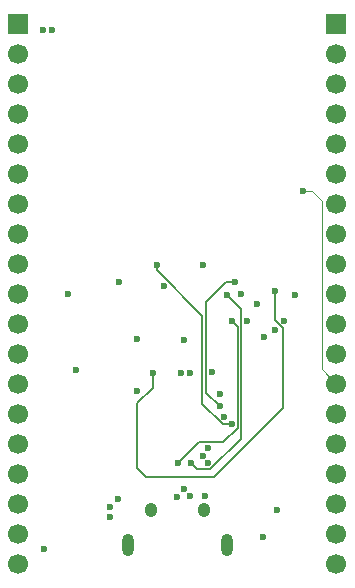
<source format=gbr>
%TF.GenerationSoftware,KiCad,Pcbnew,9.0.5*%
%TF.CreationDate,2025-10-26T01:34:21+08:00*%
%TF.ProjectId,KiCAD_Proj (ESP32),4b694341-445f-4507-926f-6a2028455350,rev?*%
%TF.SameCoordinates,Original*%
%TF.FileFunction,Copper,L3,Inr*%
%TF.FilePolarity,Positive*%
%FSLAX46Y46*%
G04 Gerber Fmt 4.6, Leading zero omitted, Abs format (unit mm)*
G04 Created by KiCad (PCBNEW 9.0.5) date 2025-10-26 01:34:21*
%MOMM*%
%LPD*%
G01*
G04 APERTURE LIST*
%TA.AperFunction,ComponentPad*%
%ADD10R,1.700000X1.700000*%
%TD*%
%TA.AperFunction,ComponentPad*%
%ADD11C,1.700000*%
%TD*%
%TA.AperFunction,HeatsinkPad*%
%ADD12O,1.000000X1.900000*%
%TD*%
%TA.AperFunction,HeatsinkPad*%
%ADD13O,1.050000X1.250000*%
%TD*%
%TA.AperFunction,ViaPad*%
%ADD14C,0.600000*%
%TD*%
%TA.AperFunction,Conductor*%
%ADD15C,0.150000*%
%TD*%
%TA.AperFunction,Conductor*%
%ADD16C,0.200000*%
%TD*%
%TA.AperFunction,Conductor*%
%ADD17C,0.100000*%
%TD*%
G04 APERTURE END LIST*
D10*
%TO.N,/VDD33*%
%TO.C,J2*%
X133837000Y-74930000D03*
D11*
%TO.N,/EN*%
X133837000Y-77470000D03*
%TO.N,/SENSOR_VP*%
X133837000Y-80010000D03*
%TO.N,/SENSOR_VN*%
X133837000Y-82550000D03*
%TO.N,/IO34*%
X133837000Y-85090000D03*
%TO.N,/IO35*%
X133837000Y-87630000D03*
%TO.N,/IO32*%
X133837000Y-90170000D03*
%TO.N,/IO33*%
X133837000Y-92710000D03*
%TO.N,/IO25*%
X133837000Y-95250000D03*
%TO.N,/IO26*%
X133837000Y-97790000D03*
%TO.N,/IO27*%
X133837000Y-100330000D03*
%TO.N,/IO14*%
X133837000Y-102870000D03*
%TO.N,/IO12*%
X133837000Y-105410000D03*
%TO.N,GND*%
X133837000Y-107950000D03*
%TO.N,/IO13*%
X133837000Y-110490000D03*
%TO.N,/SD2*%
X133837000Y-113030000D03*
%TO.N,/SD3*%
X133837000Y-115570000D03*
%TO.N,/CMD*%
X133837000Y-118110000D03*
%TO.N,/EXT_5V*%
X133837000Y-120650000D03*
%TD*%
D10*
%TO.N,GND*%
%TO.C,J3*%
X160761000Y-74930000D03*
D11*
%TO.N,/IO23*%
X160761000Y-77470000D03*
%TO.N,/IO22*%
X160761000Y-80010000D03*
%TO.N,/TXD0*%
X160761000Y-82550000D03*
%TO.N,/RXD0*%
X160761000Y-85090000D03*
%TO.N,/IO21*%
X160761000Y-87630000D03*
%TO.N,GND*%
X160761000Y-90170000D03*
%TO.N,/IO19*%
X160761000Y-92710000D03*
%TO.N,/IO18*%
X160761000Y-95250000D03*
%TO.N,/IO5*%
X160761000Y-97790000D03*
%TO.N,/IO17*%
X160761000Y-100330000D03*
%TO.N,/IO16*%
X160761000Y-102870000D03*
%TO.N,/IO4*%
X160761000Y-105410000D03*
%TO.N,/IO0*%
X160761000Y-107950000D03*
%TO.N,/IO2*%
X160761000Y-110490000D03*
%TO.N,/IO15*%
X160761000Y-113030000D03*
%TO.N,/SD1*%
X160761000Y-115570000D03*
%TO.N,/SD0*%
X160761000Y-118110000D03*
%TO.N,/CLK*%
X160761000Y-120650000D03*
%TD*%
D12*
%TO.N,GND*%
%TO.C,J1*%
X143124000Y-119078000D03*
D13*
X145074000Y-116078000D03*
X149524000Y-116078000D03*
D12*
X151474000Y-119078000D03*
%TD*%
D14*
%TO.N,/EXT_5V*%
X154618000Y-101405000D03*
X147845000Y-101710000D03*
X136017000Y-119380000D03*
%TO.N,GND*%
X153162000Y-100076000D03*
X149479000Y-95377000D03*
X138684000Y-104267000D03*
X151265000Y-108212000D03*
%TO.N,/EN*%
X147828000Y-114300000D03*
X141605000Y-116713000D03*
X146177000Y-97155000D03*
X156337000Y-100076000D03*
%TO.N,/IO0*%
X154559000Y-118364000D03*
%TO.N,/VDD33*%
X154051000Y-98679000D03*
X143891000Y-101600000D03*
X150876000Y-106299000D03*
X149860000Y-110871000D03*
X135890000Y-75438000D03*
X142367000Y-96774000D03*
%TO.N,/VBUS*%
X149606000Y-114935000D03*
X145224500Y-104457500D03*
X143891000Y-106045000D03*
X155575000Y-97536000D03*
%TO.N,/USB_DN*%
X152146000Y-96774000D03*
X150876000Y-107315000D03*
X148336000Y-114935000D03*
%TO.N,/USB_DP*%
X151892000Y-108839000D03*
X149860000Y-112141000D03*
X147299000Y-114956000D03*
X145542000Y-95377000D03*
%TO.N,/TXD0*%
X152692000Y-97828000D03*
%TO.N,/RXD0*%
X157289500Y-97853500D03*
%TO.N,/IO4*%
X157935000Y-89101000D03*
%TO.N,/RTS*%
X142240000Y-115189000D03*
%TO.N,/DTR*%
X141605000Y-115824000D03*
X155702000Y-116078000D03*
%TO.N,/RXD*%
X147574000Y-104521000D03*
%TO.N,/TXD*%
X148336000Y-104521000D03*
X155575000Y-100838000D03*
%TO.N,Net-(U1-~{SUSPENDB})*%
X151892000Y-100076000D03*
X147320000Y-112141000D03*
%TO.N,Net-(U1-~{RST})*%
X148463000Y-112141000D03*
X151511000Y-97917000D03*
%TO.N,Net-(U1-VBUS)*%
X150241000Y-104394000D03*
X149479000Y-111506000D03*
%TO.N,Net-(U3-3V3)*%
X138049000Y-97790000D03*
X136652000Y-75438000D03*
%TD*%
D15*
%TO.N,/VBUS*%
X143891000Y-112522000D02*
X144653000Y-113284000D01*
X156210000Y-107442000D02*
X156210000Y-100657521D01*
X150368000Y-113284000D02*
X156210000Y-107442000D01*
X145224500Y-104457500D02*
X145224500Y-105727500D01*
X145224500Y-105727500D02*
X143891000Y-107061000D01*
X144653000Y-113284000D02*
X150368000Y-113284000D01*
X155575000Y-100022521D02*
X155575000Y-97536000D01*
X143891000Y-107061000D02*
X143891000Y-112522000D01*
X156210000Y-100657521D02*
X155575000Y-100022521D01*
D16*
%TO.N,/USB_DN*%
X149715000Y-98443000D02*
X151384000Y-96774000D01*
X150876000Y-107315000D02*
X149715000Y-106154000D01*
X151384000Y-96774000D02*
X152146000Y-96774000D01*
X149715000Y-106154000D02*
X149715000Y-98443000D01*
%TO.N,/USB_DP*%
X149414000Y-99630000D02*
X145542000Y-95758000D01*
X151148123Y-108839000D02*
X149414000Y-107104877D01*
X149414000Y-107104877D02*
X149414000Y-99630000D01*
X145542000Y-95758000D02*
X145542000Y-95377000D01*
X151892000Y-108839000D02*
X151148123Y-108839000D01*
D17*
%TO.N,/IO4*%
X159512000Y-104161000D02*
X159512000Y-89916000D01*
X158697000Y-89101000D02*
X157935000Y-89101000D01*
X160761000Y-105410000D02*
X159512000Y-104161000D01*
X159512000Y-89916000D02*
X158697000Y-89101000D01*
D15*
%TO.N,Net-(U1-~{SUSPENDB})*%
X152393000Y-109100000D02*
X152393000Y-100577000D01*
X147320000Y-112141000D02*
X149098000Y-110363000D01*
X151130000Y-110363000D02*
X152393000Y-109100000D01*
X149098000Y-110363000D02*
X151130000Y-110363000D01*
X152393000Y-100577000D02*
X151892000Y-100076000D01*
%TO.N,Net-(U1-~{RST})*%
X148964000Y-112642000D02*
X148463000Y-112141000D01*
X152644000Y-99050000D02*
X152644000Y-110065521D01*
X150067521Y-112642000D02*
X148964000Y-112642000D01*
X151511000Y-97917000D02*
X152644000Y-99050000D01*
X152644000Y-110065521D02*
X150067521Y-112642000D01*
%TD*%
M02*

</source>
